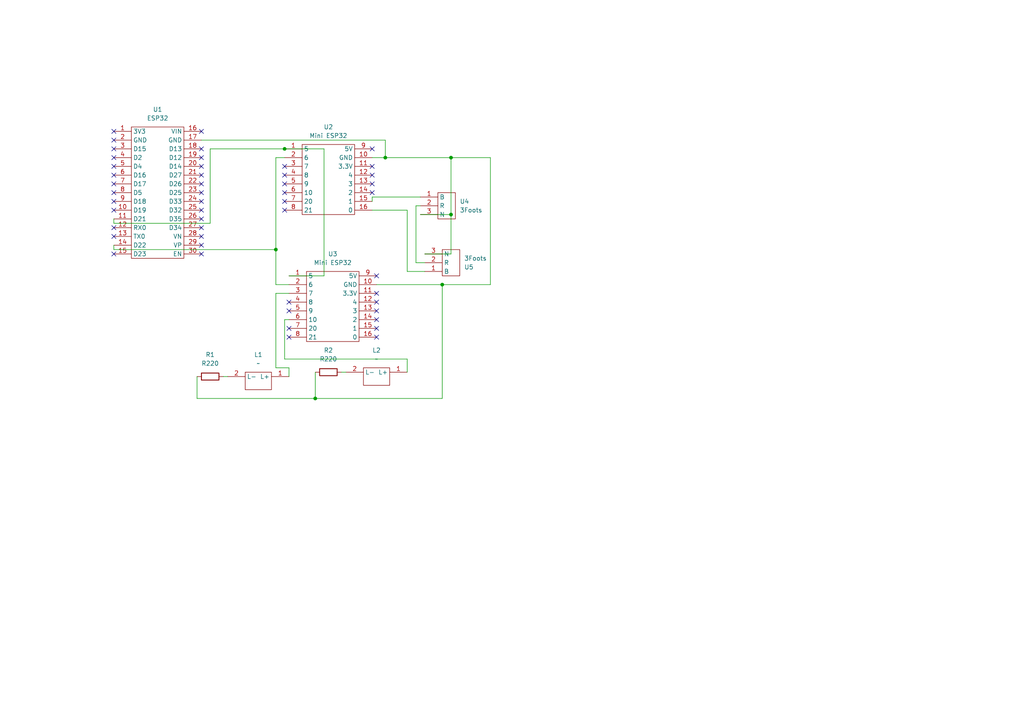
<source format=kicad_sch>
(kicad_sch (version 20250114) (generator "eeschema") (generator_version "9.0")
  (paper "A4")
  (lib_symbols
    (symbol "Device:R" (pin_numbers (hide yes)) (pin_names (offset 0))
      (property "Reference" "R" (at 2.032 0 90))
      (property "Value" "R" (at 0 0 90))
      (symbol "R_0_1"
        (rectangle (start -1.016 -2.54) (end 1.016 2.54) (stroke (width 0.254)))
      )
      (symbol "R_1_1"
        (pin passive line (at 0 3.81 270) (length 1.27) (name "~") (number "1"))
        (pin passive line (at 0 -3.81 90) (length 1.27) (name "~") (number "2"))
      )
    )
    (symbol "TMR_Library:3Foots"
      (property "Reference" "U" (at 0 1.524 0))
      (property "Value" "3Foots" (at 0 -1.016 0))
      (symbol "3Foots_0_1"
        (rectangle (start 3.81 -2.54) (end 8.89 -10.16))
      )
      (symbol "3Foots_1_1"
        (pin power_in line (at -1.27 -3.81 0) (length 5.08) (name "B") (number "1"))
        (pin bidirectional line (at -1.27 -6.35 0) (length 5.08) (name "R") (number "2"))
        (pin bidirectional line (at -1.27 -8.89 0) (length 5.08) (name "N") (number "3"))
      )
    )
    (symbol "TMR_Library:ESP32"
      (property "Reference" "U" (at 0 1.524 0))
      (property "Value" "ESP32" (at 0 -1.016 0))
      (symbol "ESP32_0_1"
        (rectangle (start -7.62 -2.54) (end 7.62 -40.64))
      )
      (symbol "ESP32_1_0"
        (pin bidirectional line (at -12.7 -13.97 0) (length 5.08) (name "D4") (number "5"))
        (pin bidirectional line (at -12.7 -16.51 0) (length 5.08) (name "D16") (number "6"))
        (pin bidirectional line (at -12.7 -19.05 0) (length 5.08) (name "D17") (number "7"))
        (pin bidirectional line (at -12.7 -21.59 0) (length 5.08) (name "D5") (number "8"))
        (pin bidirectional line (at -12.7 -24.13 0) (length 5.08) (name "D18") (number "9"))
        (pin bidirectional line (at -12.7 -26.67 0) (length 5.08) (name "D19") (number "10"))
        (pin bidirectional line (at -12.7 -29.21 0) (length 5.08) (name "D21") (number "11"))
        (pin bidirectional line (at -12.7 -31.75 0) (length 5.08) (name "RX0") (number "12"))
        (pin bidirectional line (at -12.7 -34.29 0) (length 5.08) (name "TX0") (number "13"))
        (pin bidirectional line (at -12.7 -36.83 0) (length 5.08) (name "D22") (number "14"))
        (pin power_in line (at -12.7 -39.37 0) (length 5.08) (name "D23") (number "15"))
        (pin power_in line (at 12.7 -3.81 180) (length 5.08) (name "VIN") (number "16"))
        (pin output line (at 12.7 -6.35 180) (length 5.08) (name "GND") (number "17"))
        (pin output line (at 12.7 -8.89 180) (length 5.08) (name "D13") (number "18"))
        (pin bidirectional line (at 12.7 -11.43 180) (length 5.08) (name "D12") (number "19"))
        (pin bidirectional line (at 12.7 -13.97 180) (length 5.08) (name "D14") (number "20"))
        (pin bidirectional line (at 12.7 -16.51 180) (length 5.08) (name "D27") (number "21"))
        (pin bidirectional line (at 12.7 -19.05 180) (length 5.08) (name "D26") (number "22"))
        (pin bidirectional line (at 12.7 -21.59 180) (length 5.08) (name "D25") (number "23"))
        (pin bidirectional line (at 12.7 -24.13 180) (length 5.08) (name "D33") (number "24"))
        (pin bidirectional line (at 12.7 -26.67 180) (length 5.08) (name "D32") (number "25"))
        (pin bidirectional line (at 12.7 -29.21 180) (length 5.08) (name "D35") (number "26"))
        (pin bidirectional line (at 12.7 -31.75 180) (length 5.08) (name "D34") (number "27"))
        (pin bidirectional line (at 12.7 -34.29 180) (length 5.08) (name "VN") (number "28"))
        (pin bidirectional line (at 12.7 -36.83 180) (length 5.08) (name "VP") (number "29"))
      )
      (symbol "ESP32_1_1"
        (pin power_in line (at -12.7 -3.81 0) (length 5.08) (name "3V3") (number "1"))
        (pin bidirectional line (at -12.7 -6.35 0) (length 5.08) (name "GND") (number "2"))
        (pin bidirectional line (at -12.7 -8.89 0) (length 5.08) (name "D15") (number "3"))
        (pin bidirectional line (at -12.7 -11.43 0) (length 5.08) (name "D2") (number "4"))
        (pin power_in line (at 12.7 -39.37 180) (length 5.08) (name "EN") (number "30"))
      )
    )
    (symbol "TMR_Library:ESP32 C3"
      (property "Reference" "U" (at 0 1.524 0))
      (property "Value" "Mini ESP32" (at 0 -1.016 0))
      (symbol "ESP32 C3_0_1"
        (rectangle (start -7.62 -2.54) (end 7.62 -22.86))
      )
      (symbol "ESP32 C3_1_0"
        (pin bidirectional line (at -12.7 -13.97 0) (length 5.08) (name "9") (number "5"))
        (pin bidirectional line (at -12.7 -16.51 0) (length 5.08) (name "10") (number "6"))
        (pin bidirectional line (at -12.7 -19.05 0) (length 5.08) (name "20") (number "7"))
        (pin bidirectional line (at -12.7 -21.59 0) (length 5.08) (name "21") (number "8"))
        (pin power_in line (at 12.7 -3.81 180) (length 5.08) (name "5V") (number "9"))
        (pin output line (at 12.7 -6.35 180) (length 5.08) (name "GND") (number "10"))
        (pin output line (at 12.7 -8.89 180) (length 5.08) (name "3.3V") (number "11"))
        (pin bidirectional line (at 12.7 -11.43 180) (length 5.08) (name "4") (number "12"))
        (pin bidirectional line (at 12.7 -13.97 180) (length 5.08) (name "3") (number "13"))
        (pin bidirectional line (at 12.7 -16.51 180) (length 5.08) (name "2") (number "14"))
        (pin bidirectional line (at 12.7 -19.05 180) (length 5.08) (name "1") (number "15"))
        (pin bidirectional line (at 12.7 -21.59 180) (length 5.08) (name "0") (number "16"))
      )
      (symbol "ESP32 C3_1_1"
        (pin power_in line (at -12.7 -3.81 0) (length 5.08) (name "5") (number "1"))
        (pin bidirectional line (at -12.7 -6.35 0) (length 5.08) (name "6") (number "2"))
        (pin bidirectional line (at -12.7 -8.89 0) (length 5.08) (name "7") (number "3"))
        (pin bidirectional line (at -12.7 -11.43 0) (length 5.08) (name "8") (number "4"))
      )
    )
    (symbol "TMR_Library:Led"
      (property "Reference" "L" (at 0 0 0))
      (symbol "Led_0_1"
        (rectangle (start -3.81 -2.54) (end 3.81 -7.62))
      )
      (symbol "Led_1_1"
        (pin output line (at -8.89 -3.81 0) (length 5.08) (name "L-") (number "2"))
        (pin input line (at 8.89 -3.81 180) (length 5.08) (name "L+") (number "1"))
      )
    )
  )
  (junction (at 128.27 82.55))
  (junction (at 130.81 62.23))
  (junction (at 91.44 115.57))
  (junction (at 82.55 43.18))
  (junction (at 80.01 72.39))
  (junction (at 130.81 45.72))
  (junction (at 111.76 45.72))
  (no_connect (at 33.02 38.1))
  (no_connect (at 83.82 87.63))
  (no_connect (at 58.42 58.42))
  (no_connect (at 33.02 48.26))
  (no_connect (at 109.22 90.17))
  (no_connect (at 109.22 85.09))
  (no_connect (at 33.02 50.8))
  (no_connect (at 58.42 73.66))
  (no_connect (at 33.02 60.96))
  (no_connect (at 33.02 55.88))
  (no_connect (at 109.22 97.79))
  (no_connect (at 33.02 40.64))
  (no_connect (at 58.42 53.34))
  (no_connect (at 33.02 43.18))
  (no_connect (at 82.55 58.42))
  (no_connect (at 83.82 90.17))
  (no_connect (at 58.42 66.04))
  (no_connect (at 58.42 48.26))
  (no_connect (at 83.82 97.79))
  (no_connect (at 58.42 71.12))
  (no_connect (at 107.95 43.18))
  (no_connect (at 58.42 43.18))
  (no_connect (at 109.22 92.71))
  (no_connect (at 33.02 68.58))
  (no_connect (at 58.42 45.72))
  (no_connect (at 83.82 95.25))
  (no_connect (at 107.95 48.26))
  (no_connect (at 107.95 53.34))
  (no_connect (at 58.42 63.5))
  (no_connect (at 58.42 50.8))
  (no_connect (at 82.55 50.8))
  (no_connect (at 33.02 66.04))
  (no_connect (at 109.22 95.25))
  (no_connect (at 82.55 60.96))
  (no_connect (at 82.55 53.34))
  (no_connect (at 33.02 53.34))
  (no_connect (at 107.95 55.88))
  (no_connect (at 58.42 38.1))
  (no_connect (at 107.95 50.8))
  (no_connect (at 82.55 48.26))
  (no_connect (at 58.42 55.88))
  (no_connect (at 33.02 73.66))
  (no_connect (at 58.42 68.58))
  (no_connect (at 33.02 58.42))
  (no_connect (at 109.22 87.63))
  (no_connect (at 82.55 55.88))
  (no_connect (at 33.02 45.72))
  (no_connect (at 109.22 80.01))
  (no_connect (at 58.42 60.96))
  (wire (pts (xy 58.42 40.64) (xy 111.76 40.64)))
  (wire (pts (xy 109.22 82.55) (xy 128.27 82.55)))
  (wire (pts (xy 82.55 43.18) (xy 60.96 43.18)))
  (wire (pts (xy 82.55 104.14) (xy 118.11 104.14)))
  (wire (pts (xy 120.65 59.69) (xy 120.65 76.2)))
  (wire (pts (xy 121.92 59.69) (xy 120.65 59.69)))
  (wire (pts (xy 123.19 73.66) (xy 130.81 73.66)))
  (wire (pts (xy 93.98 43.18) (xy 93.98 80.01)))
  (wire (pts (xy 99.06 107.95) (xy 100.33 107.95)))
  (wire (pts (xy 80.01 45.72) (xy 80.01 72.39)))
  (wire (pts (xy 128.27 82.55) (xy 142.24 82.55)))
  (wire (pts (xy 121.92 62.23) (xy 130.81 62.23)))
  (wire (pts (xy 121.92 57.15) (xy 107.95 57.15)))
  (wire (pts (xy 82.55 92.71) (xy 82.55 104.14)))
  (wire (pts (xy 91.44 115.57) (xy 128.27 115.57)))
  (wire (pts (xy 107.95 57.15) (xy 107.95 58.42)))
  (wire (pts (xy 83.82 106.68) (xy 83.82 109.22)))
  (wire (pts (xy 107.95 45.72) (xy 111.76 45.72)))
  (wire (pts (xy 83.82 82.55) (xy 80.01 82.55)))
  (wire (pts (xy 142.24 45.72) (xy 130.81 45.72)))
  (wire (pts (xy 107.95 60.96) (xy 118.11 60.96)))
  (wire (pts (xy 93.98 80.01) (xy 83.82 80.01)))
  (wire (pts (xy 82.55 43.18) (xy 93.98 43.18)))
  (wire (pts (xy 118.11 104.14) (xy 118.11 107.95)))
  (wire (pts (xy 33.02 64.77) (xy 33.02 63.5)))
  (wire (pts (xy 33.02 72.39) (xy 80.01 72.39)))
  (wire (pts (xy 60.96 43.18) (xy 60.96 64.77)))
  (wire (pts (xy 91.44 107.95) (xy 91.44 115.57)))
  (wire (pts (xy 83.82 85.09) (xy 80.01 85.09)))
  (wire (pts (xy 60.96 64.77) (xy 33.02 64.77)))
  (wire (pts (xy 57.15 109.22) (xy 57.15 115.57)))
  (wire (pts (xy 111.76 45.72) (xy 130.81 45.72)))
  (wire (pts (xy 118.11 60.96) (xy 118.11 78.74)))
  (wire (pts (xy 80.01 72.39) (xy 80.01 82.55)))
  (wire (pts (xy 80.01 45.72) (xy 82.55 45.72)))
  (wire (pts (xy 128.27 115.57) (xy 128.27 82.55)))
  (wire (pts (xy 130.81 45.72) (xy 130.81 62.23)))
  (wire (pts (xy 118.11 78.74) (xy 123.19 78.74)))
  (wire (pts (xy 142.24 82.55) (xy 142.24 45.72)))
  (wire (pts (xy 120.65 76.2) (xy 123.19 76.2)))
  (wire (pts (xy 83.82 92.71) (xy 82.55 92.71)))
  (wire (pts (xy 130.81 73.66) (xy 130.81 62.23)))
  (wire (pts (xy 111.76 40.64) (xy 111.76 45.72)))
  (wire (pts (xy 80.01 106.68) (xy 83.82 106.68)))
  (wire (pts (xy 80.01 85.09) (xy 80.01 106.68)))
  (wire (pts (xy 33.02 71.12) (xy 33.02 72.39)))
  (wire (pts (xy 64.77 109.22) (xy 66.04 109.22)))
  (wire (pts (xy 57.15 115.57) (xy 91.44 115.57)))
  (symbol (lib_id "TMR_Library:ESP32 C3") (at 95.25 39.37 0) (unit 1)
    (property "Reference" "U2" (at 95.25 36.83 0))
    (property "Value" "Mini ESP32" (at 95.25 39.37 0))
    (property "Footprint" "RobotFight:Mini ESP32" (effects (hide yes)))
  )
  (symbol (lib_id "TMR_Library:3Foots") (at 124.46 82.55 0) (mirror x) (unit 1)
    (property "Reference" "U5" (at 134.62 77.4701 0) (effects (justify left)))
    (property "Value" "3Foots" (at 134.62 74.9301 0) (effects (justify left)))
    (property "Footprint" "RobotFight:3Foots" (effects (hide yes)))
  )
  (symbol (lib_id "TMR_Library:Led") (at 74.93 105.41 0) (unit 1)
    (property "Reference" "L1" (at 74.93 102.87 0))
    (property "Value" "~" (at 74.93 105.41 0))
    (property "Footprint" "RobotFight:Leds" (effects (hide yes)))
  )
  (symbol (lib_id "TMR_Library:ESP32") (at 45.72 34.29 0) (unit 1)
    (property "Reference" "U1" (at 45.72 31.75 0))
    (property "Value" "ESP32" (at 45.72 34.29 0))
    (property "Footprint" "RobotFight:ESP32" (effects (hide yes)))
  )
  (symbol (lib_id "Device:R") (at 60.96 109.22 270) (unit 1)
    (property "Reference" "R1" (at 60.96 102.87 90))
    (property "Value" "R220" (at 60.96 105.41 90))
    (property "Footprint" "Resistor_THT:R_Axial_DIN0207_L6.3mm_D2.5mm_P7.62mm_Horizontal" (effects (hide yes)))
    (property "Description" "Resistor" (effects (hide yes)))
  )
  (symbol (lib_id "TMR_Library:3Foots") (at 123.19 53.34 0) (unit 1)
    (property "Reference" "U4" (at 133.35 58.4199 0) (effects (justify left)))
    (property "Value" "3Foots" (at 133.35 60.9599 0) (effects (justify left)))
    (property "Footprint" "RobotFight:3Foots" (effects (hide yes)))
  )
  (symbol (lib_id "Device:R") (at 95.25 107.95 270) (unit 1)
    (property "Reference" "R2" (at 95.25 101.6 90))
    (property "Value" "R220" (at 95.25 104.14 90))
    (property "Footprint" "Resistor_THT:R_Axial_DIN0207_L6.3mm_D2.5mm_P7.62mm_Horizontal" (effects (hide yes)))
    (property "Description" "Resistor" (effects (hide yes)))
  )
  (symbol (lib_id "TMR_Library:Led") (at 109.22 104.14 0) (unit 1)
    (property "Reference" "L2" (at 109.22 101.6 0))
    (property "Value" "~" (at 109.22 104.14 0))
    (property "Footprint" "RobotFight:Leds" (effects (hide yes)))
  )
  (symbol (lib_id "TMR_Library:ESP32 C3") (at 96.52 76.2 0) (unit 1)
    (property "Reference" "U3" (at 96.52 73.66 0))
    (property "Value" "Mini ESP32" (at 96.52 76.2 0))
    (property "Footprint" "RobotFight:Mini ESP32" (effects (hide yes)))
  )
)
</source>
